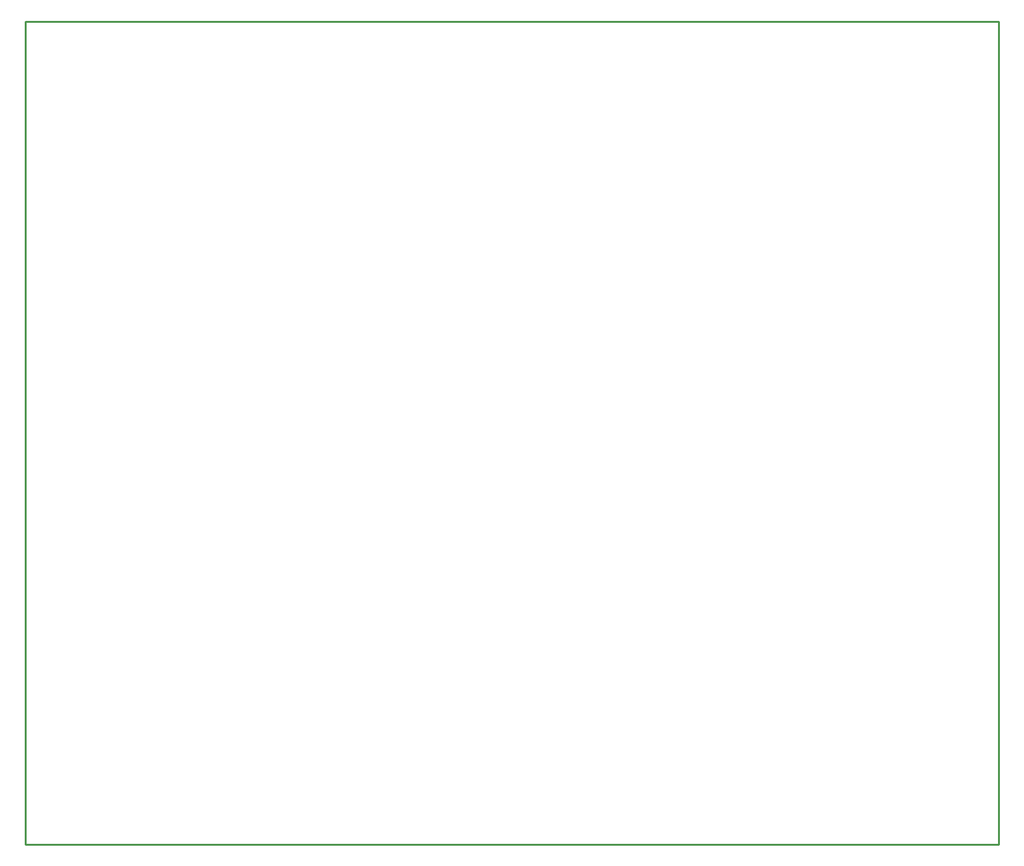
<source format=gbr>
%TF.GenerationSoftware,KiCad,Pcbnew,9.0.1*%
%TF.CreationDate,2025-05-07T00:22:53-04:00*%
%TF.ProjectId,smd-protoboard,736d642d-7072-46f7-946f-626f6172642e,rev?*%
%TF.SameCoordinates,Original*%
%TF.FileFunction,Profile,NP*%
%FSLAX46Y46*%
G04 Gerber Fmt 4.6, Leading zero omitted, Abs format (unit mm)*
G04 Created by KiCad (PCBNEW 9.0.1) date 2025-05-07 00:22:53*
%MOMM*%
%LPD*%
G01*
G04 APERTURE LIST*
%TA.AperFunction,Profile*%
%ADD10C,0.254000*%
%TD*%
G04 APERTURE END LIST*
D10*
X79365260Y-39146780D02*
X209365260Y-39146780D01*
X209365260Y-149146780D01*
X79365260Y-149146780D01*
X79365260Y-39146780D01*
M02*

</source>
